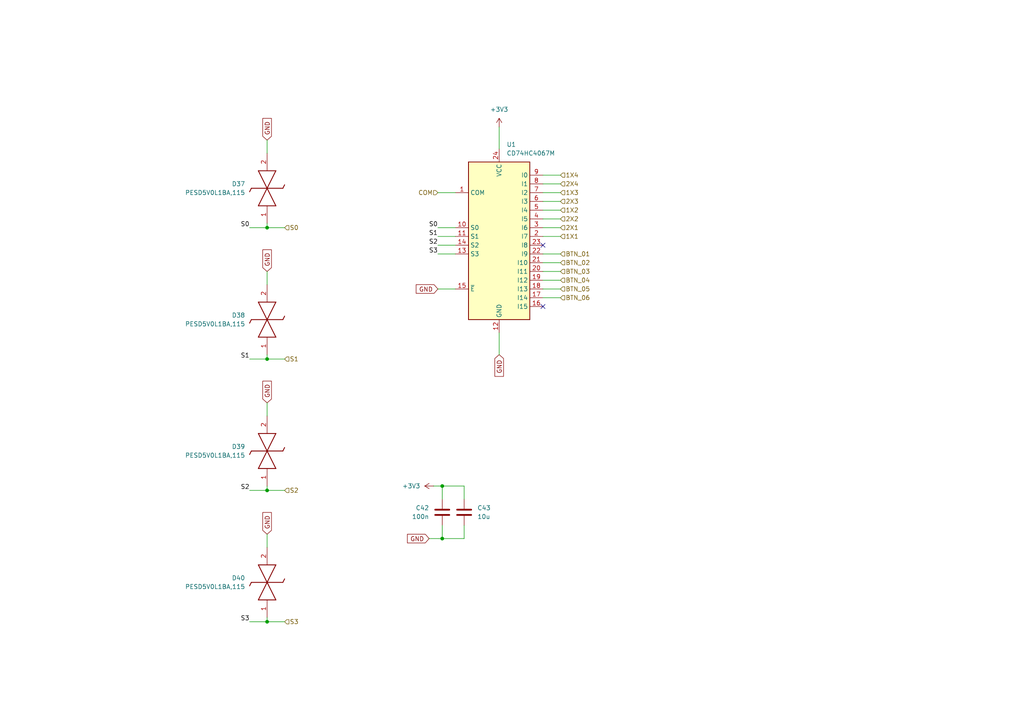
<source format=kicad_sch>
(kicad_sch (version 20250114) (generator "eeschema") (generator_version "9.0")
  (paper "A4")
  (lib_symbols
    (symbol "74xx:CD74HC4067M"
      (property "Reference" "U" (at -8.89 22.86 0))
      (property "Value" "CD74HC4067M" (at 1.27 22.86 0))
      (symbol "CD74HC4067M_0_1"
        (rectangle (start -8.89 21.59) (end 8.89 -24.13) (stroke (width 0.254)) (fill (type background)))
      )
      (symbol "CD74HC4067M_1_1"
        (pin passive line (at -12.7 12.7 0) (length 3.81) (name "COM") (number "1"))
        (pin input line (at -12.7 2.54 0) (length 3.81) (name "S0") (number "10"))
        (pin input line (at -12.7 0 0) (length 3.81) (name "S1") (number "11"))
        (pin input line (at -12.7 -2.54 0) (length 3.81) (name "S2") (number "14"))
        (pin input line (at -12.7 -5.08 0) (length 3.81) (name "S3") (number "13"))
        (pin input line (at -12.7 -15.24 0) (length 3.81) (name "~{E}") (number "15"))
        (pin power_in line (at 0 25.4 270) (length 3.81) (name "VCC") (number "24"))
        (pin power_in line (at 0 -27.94 90) (length 3.81) (name "GND") (number "12"))
        (pin passive line (at 12.7 17.78 180) (length 3.81) (name "I0") (number "9"))
        (pin passive line (at 12.7 15.24 180) (length 3.81) (name "I1") (number "8"))
        (pin passive line (at 12.7 12.7 180) (length 3.81) (name "I2") (number "7"))
        (pin passive line (at 12.7 10.16 180) (length 3.81) (name "I3") (number "6"))
        (pin passive line (at 12.7 7.62 180) (length 3.81) (name "I4") (number "5"))
        (pin passive line (at 12.7 5.08 180) (length 3.81) (name "I5") (number "4"))
        (pin passive line (at 12.7 2.54 180) (length 3.81) (name "I6") (number "3"))
        (pin passive line (at 12.7 0 180) (length 3.81) (name "I7") (number "2"))
        (pin passive line (at 12.7 -2.54 180) (length 3.81) (name "I8") (number "23"))
        (pin passive line (at 12.7 -5.08 180) (length 3.81) (name "I9") (number "22"))
        (pin passive line (at 12.7 -7.62 180) (length 3.81) (name "I10") (number "21"))
        (pin passive line (at 12.7 -10.16 180) (length 3.81) (name "I11") (number "20"))
        (pin passive line (at 12.7 -12.7 180) (length 3.81) (name "I12") (number "19"))
        (pin passive line (at 12.7 -15.24 180) (length 3.81) (name "I13") (number "18"))
        (pin passive line (at 12.7 -17.78 180) (length 3.81) (name "I14") (number "17"))
        (pin passive line (at 12.7 -20.32 180) (length 3.81) (name "I15") (number "16"))
      )
    )
    (symbol "Device:C" (pin_numbers (hide yes)) (pin_names (offset 0.254))
      (property "Reference" "C" (at 0.635 2.54 0))
      (property "Value" "C" (at 0.635 -2.54 0))
      (symbol "C_0_1"
        (polyline (pts (xy -2.032 0.762) (xy 2.032 0.762)) (stroke (width 0.508)))
        (polyline (pts (xy -2.032 -0.762) (xy 2.032 -0.762)) (stroke (width 0.508)))
      )
      (symbol "C_1_1"
        (pin passive line (at 0 3.81 270) (length 2.794) (name "~") (number "1"))
        (pin passive line (at 0 -3.81 90) (length 2.794) (name "~") (number "2"))
      )
    )
    (symbol "PESD5V0L1BA_115:PESD5V0L1BA,115" (pin_names (hide yes))
      (property "Reference" "D" (at 15.24 8.89 0))
      (property "Value" "PESD5V0L1BA,115" (at 15.24 6.35 0))
      (symbol "PESD5V0L1BA,115_1_1"
        (polyline (pts (xy 5.08 2.54) (xy 5.08 -2.54)) (stroke (width 0.254)))
        (polyline (pts (xy 5.08 2.54) (xy 10.16 0)) (stroke (width 0.254)))
        (polyline (pts (xy 10.16 0) (xy 5.08 -2.54)) (stroke (width 0.254)))
        (polyline (pts (xy 10.16 0) (xy 15.24 -2.54)) (stroke (width 0.254)))
        (polyline (pts (xy 10.16 -4.572) (xy 9.144 -5.08)) (stroke (width 0.254)))
        (polyline (pts (xy 10.16 -4.572) (xy 10.16 4.572)) (stroke (width 0.254)))
        (polyline (pts (xy 11.176 5.08) (xy 10.16 4.572)) (stroke (width 0.254)))
        (polyline (pts (xy 15.24 2.54) (xy 10.16 0)) (stroke (width 0.254)))
        (polyline (pts (xy 15.24 2.54) (xy 15.24 -2.54)) (stroke (width 0.254)))
        (pin passive line (at 0 0 0) (length 5.08) (name "K1") (number "1"))
        (pin passive line (at 20.32 0 180) (length 5.08) (name "K2") (number "2"))
      )
    )
    (symbol "power:+3V3" (power) (pin_numbers (hide yes)) (pin_names (offset 0) (hide yes))
      (property "Value" "+3V3" (at 0 3.556 0))
      (symbol "+3V3_0_1"
        (polyline (pts (xy -0.762 1.27) (xy 0 2.54)))
        (polyline (pts (xy 0 2.54) (xy 0.762 1.27)))
        (polyline (pts (xy 0 0) (xy 0 2.54)))
      )
      (symbol "+3V3_1_1"
        (pin power_in line (at 0 0 90) (length 0) (name "~") (number "1"))
      )
    )
  )
  (junction (at 128.27 140.97))
  (junction (at 128.27 156.21))
  (junction (at 77.47 142.24))
  (junction (at 77.47 66.04))
  (junction (at 77.47 104.14))
  (junction (at 77.47 180.34))
  (no_connect (at 157.48 88.9))
  (no_connect (at 157.48 71.12))
  (wire (pts (xy 157.48 60.96) (xy 162.56 60.96)))
  (wire (pts (xy 72.39 142.24) (xy 77.47 142.24)))
  (wire (pts (xy 77.47 154.94) (xy 77.47 158.75)))
  (wire (pts (xy 77.47 180.34) (xy 72.39 180.34)))
  (wire (pts (xy 77.47 180.34) (xy 77.47 179.07)))
  (wire (pts (xy 144.78 96.52) (xy 144.78 102.87)))
  (wire (pts (xy 77.47 78.74) (xy 77.47 82.55)))
  (wire (pts (xy 157.48 68.58) (xy 162.56 68.58)))
  (wire (pts (xy 157.48 55.88) (xy 162.56 55.88)))
  (wire (pts (xy 157.48 66.04) (xy 162.56 66.04)))
  (wire (pts (xy 157.48 73.66) (xy 162.56 73.66)))
  (wire (pts (xy 127 83.82) (xy 132.08 83.82)))
  (wire (pts (xy 157.48 50.8) (xy 162.56 50.8)))
  (wire (pts (xy 125.73 140.97) (xy 128.27 140.97)))
  (wire (pts (xy 72.39 66.04) (xy 77.47 66.04)))
  (wire (pts (xy 157.48 81.28) (xy 162.56 81.28)))
  (wire (pts (xy 72.39 104.14) (xy 77.47 104.14)))
  (wire (pts (xy 134.62 156.21) (xy 128.27 156.21)))
  (wire (pts (xy 77.47 142.24) (xy 82.55 142.24)))
  (wire (pts (xy 127 66.04) (xy 132.08 66.04)))
  (wire (pts (xy 77.47 66.04) (xy 82.55 66.04)))
  (wire (pts (xy 77.47 104.14) (xy 82.55 104.14)))
  (wire (pts (xy 128.27 140.97) (xy 128.27 144.78)))
  (wire (pts (xy 157.48 78.74) (xy 162.56 78.74)))
  (wire (pts (xy 77.47 116.84) (xy 77.47 120.65)))
  (wire (pts (xy 127 55.88) (xy 132.08 55.88)))
  (wire (pts (xy 157.48 83.82) (xy 162.56 83.82)))
  (wire (pts (xy 77.47 64.77) (xy 77.47 66.04)))
  (wire (pts (xy 77.47 180.34) (xy 82.55 180.34)))
  (wire (pts (xy 134.62 152.4) (xy 134.62 156.21)))
  (wire (pts (xy 157.48 86.36) (xy 162.56 86.36)))
  (wire (pts (xy 127 73.66) (xy 132.08 73.66)))
  (wire (pts (xy 134.62 140.97) (xy 134.62 144.78)))
  (wire (pts (xy 77.47 40.64) (xy 77.47 44.45)))
  (wire (pts (xy 144.78 36.83) (xy 144.78 43.18)))
  (wire (pts (xy 157.48 53.34) (xy 162.56 53.34)))
  (wire (pts (xy 77.47 140.97) (xy 77.47 142.24)))
  (wire (pts (xy 157.48 63.5) (xy 162.56 63.5)))
  (wire (pts (xy 157.48 76.2) (xy 162.56 76.2)))
  (wire (pts (xy 128.27 152.4) (xy 128.27 156.21)))
  (wire (pts (xy 77.47 102.87) (xy 77.47 104.14)))
  (wire (pts (xy 128.27 140.97) (xy 134.62 140.97)))
  (wire (pts (xy 127 68.58) (xy 132.08 68.58)))
  (wire (pts (xy 124.46 156.21) (xy 128.27 156.21)))
  (wire (pts (xy 157.48 58.42) (xy 162.56 58.42)))
  (wire (pts (xy 127 71.12) (xy 132.08 71.12)))
  (label "S2" (at 72.39 142.24 180))
  (label "S1" (at 127 68.58 180))
  (label "S1" (at 72.39 104.14 180))
  (label "S0" (at 127 66.04 180))
  (label "S3" (at 72.39 180.34 180))
  (label "S2" (at 127 71.12 180))
  (label "S3" (at 127 73.66 180))
  (label "S0" (at 72.39 66.04 180))
  (global_label "GND" (shape input) (at 127 83.82 180) (property "Intersheetrefs" "${INTERSHEET_REFS}" (effects (hide yes))))
  (global_label "GND" (shape input) (at 77.47 40.64 90) (property "Intersheetrefs" "${INTERSHEET_REFS}" (effects (hide yes))))
  (global_label "GND" (shape input) (at 124.46 156.21 180) (property "Intersheetrefs" "${INTERSHEET_REFS}" (effects (hide yes))))
  (global_label "GND" (shape input) (at 77.47 116.84 90) (property "Intersheetrefs" "${INTERSHEET_REFS}" (effects (hide yes))))
  (global_label "GND" (shape input) (at 144.78 102.87 270) (property "Intersheetrefs" "${INTERSHEET_REFS}" (effects (hide yes))))
  (global_label "GND" (shape input) (at 77.47 154.94 90) (property "Intersheetrefs" "${INTERSHEET_REFS}" (effects (hide yes))))
  (global_label "GND" (shape input) (at 77.47 78.74 90) (property "Intersheetrefs" "${INTERSHEET_REFS}" (effects (hide yes))))
  (hierarchical_label "1X4" (shape input) (at 162.56 50.8 0))
  (hierarchical_label "S0" (shape input) (at 82.55 66.04 0))
  (hierarchical_label "2X4" (shape input) (at 162.56 53.34 0))
  (hierarchical_label "2X2" (shape input) (at 162.56 63.5 0))
  (hierarchical_label "BTN_04" (shape input) (at 162.56 81.28 0))
  (hierarchical_label "1X1" (shape input) (at 162.56 68.58 0))
  (hierarchical_label "BTN_01" (shape input) (at 162.56 73.66 0))
  (hierarchical_label "BTN_02" (shape input) (at 162.56 76.2 0))
  (hierarchical_label "S3" (shape input) (at 82.55 180.34 0))
  (hierarchical_label "1X2" (shape input) (at 162.56 60.96 0))
  (hierarchical_label "S2" (shape input) (at 82.55 142.24 0))
  (hierarchical_label "COM" (shape input) (at 127 55.88 180))
  (hierarchical_label "BTN_05" (shape input) (at 162.56 83.82 0))
  (hierarchical_label "BTN_03" (shape input) (at 162.56 78.74 0))
  (hierarchical_label "BTN_06" (shape input) (at 162.56 86.36 0))
  (hierarchical_label "S1" (shape input) (at 82.55 104.14 0))
  (hierarchical_label "1X3" (shape input) (at 162.56 55.88 0))
  (hierarchical_label "2X1" (shape input) (at 162.56 66.04 0))
  (hierarchical_label "2X3" (shape input) (at 162.56 58.42 0))
  (symbol (lib_id "Device:C") (at 128.27 148.59 0) (mirror y) (unit 1)
    (property "Reference" "C42" (at 124.46 147.3199 0) (effects (justify left)))
    (property "Value" "100n" (at 124.46 149.8599 0) (effects (justify left)))
    (property "Footprint" "Capacitor_SMD:C_0603_1608Metric" (effects (hide yes)))
    (property "Description" "Unpolarized capacitor" (effects (hide yes)))
  )
  (symbol (lib_id "Device:C") (at 134.62 148.59 0) (unit 1)
    (property "Reference" "C43" (at 138.43 147.3199 0) (effects (justify left)))
    (property "Value" "10u" (at 138.43 149.8599 0) (effects (justify left)))
    (property "Footprint" "Capacitor_SMD:C_0805_2012Metric" (effects (hide yes)))
    (property "Description" "Unpolarized capacitor" (effects (hide yes)))
  )
  (symbol (lib_id "power:+3V3") (at 144.78 36.83 0) (unit 1)
    (property "Reference" "#PWR08" (effects (hide yes)))
    (property "Value" "+3V3" (at 144.78 31.75 0))
    (property "Description" "Power symbol creates a global label with name \"+3V3\"" (effects (hide yes)))
  )
  (symbol (lib_id "PESD5V0L1BA_115:PESD5V0L1BA,115") (at 77.47 179.07 270) (mirror x) (unit 1)
    (property "Reference" "D40" (at 71.12 167.6399 90) (effects (justify right)))
    (property "Value" "PESD5V0L1BA,115" (at 71.12 170.1799 90) (effects (justify right)))
    (property "Footprint" "KiCad:SOD2512X110N" (effects (hide yes)))
    (property "Datasheet" "https://assets.nexperia.com/documents/data-sheet/PESDXL1BA_SER.pdf" (effects (hide yes)))
    (property "Description" "PESD5V0L1BA - Low capacitance bidirectional ESD protection diode in SOD323" (effects (hide yes)))
    (property "Height" "1.1" (effects (hide yes)))
    (property "Mouser Part Number" "771-PESD5V0L1BA-T/R" (effects (hide yes)))
    (property "Mouser Price/Stock" "https://www.mouser.co.uk/ProductDetail/Nexperia/PESD5V0L1BA115?qs=LOCUfHb8d9v8%252BjxBle%252BzgQ%3D%3D" (effects (hide yes)))
    (property "Manufacturer_Name" "Nexperia" (effects (hide yes)))
    (property "Manufacturer_Part_Number" "PESD5V0L1BA,115" (effects (hide yes)))
  )
  (symbol (lib_id "power:+3V3") (at 125.73 140.97 90) (unit 1)
    (property "Reference" "#PWR07" (effects (hide yes)))
    (property "Value" "+3V3" (at 121.92 140.9699 90) (effects (justify left)))
    (property "Description" "Power symbol creates a global label with name \"+3V3\"" (effects (hide yes)))
  )
  (symbol (lib_id "PESD5V0L1BA_115:PESD5V0L1BA,115") (at 77.47 102.87 270) (mirror x) (unit 1)
    (property "Reference" "D38" (at 71.12 91.4399 90) (effects (justify right)))
    (property "Value" "PESD5V0L1BA,115" (at 71.12 93.9799 90) (effects (justify right)))
    (property "Footprint" "KiCad:SOD2512X110N" (effects (hide yes)))
    (property "Datasheet" "https://assets.nexperia.com/documents/data-sheet/PESDXL1BA_SER.pdf" (effects (hide yes)))
    (property "Description" "PESD5V0L1BA - Low capacitance bidirectional ESD protection diode in SOD323" (effects (hide yes)))
    (property "Height" "1.1" (effects (hide yes)))
    (property "Mouser Part Number" "771-PESD5V0L1BA-T/R" (effects (hide yes)))
    (property "Mouser Price/Stock" "https://www.mouser.co.uk/ProductDetail/Nexperia/PESD5V0L1BA115?qs=LOCUfHb8d9v8%252BjxBle%252BzgQ%3D%3D" (effects (hide yes)))
    (property "Manufacturer_Name" "Nexperia" (effects (hide yes)))
    (property "Manufacturer_Part_Number" "PESD5V0L1BA,115" (effects (hide yes)))
  )
  (symbol (lib_id "PESD5V0L1BA_115:PESD5V0L1BA,115") (at 77.47 140.97 270) (mirror x) (unit 1)
    (property "Reference" "D39" (at 71.12 129.5399 90) (effects (justify right)))
    (property "Value" "PESD5V0L1BA,115" (at 71.12 132.0799 90) (effects (justify right)))
    (property "Footprint" "KiCad:SOD2512X110N" (effects (hide yes)))
    (property "Datasheet" "https://assets.nexperia.com/documents/data-sheet/PESDXL1BA_SER.pdf" (effects (hide yes)))
    (property "Description" "PESD5V0L1BA - Low capacitance bidirectional ESD protection diode in SOD323" (effects (hide yes)))
    (property "Height" "1.1" (effects (hide yes)))
    (property "Mouser Part Number" "771-PESD5V0L1BA-T/R" (effects (hide yes)))
    (property "Mouser Price/Stock" "https://www.mouser.co.uk/ProductDetail/Nexperia/PESD5V0L1BA115?qs=LOCUfHb8d9v8%252BjxBle%252BzgQ%3D%3D" (effects (hide yes)))
    (property "Manufacturer_Name" "Nexperia" (effects (hide yes)))
    (property "Manufacturer_Part_Number" "PESD5V0L1BA,115" (effects (hide yes)))
  )
  (symbol (lib_id "PESD5V0L1BA_115:PESD5V0L1BA,115") (at 77.47 64.77 270) (mirror x) (unit 1)
    (property "Reference" "D37" (at 71.12 53.3399 90) (effects (justify right)))
    (property "Value" "PESD5V0L1BA,115" (at 71.12 55.8799 90) (effects (justify right)))
    (property "Footprint" "KiCad:SOD2512X110N" (effects (hide yes)))
    (property "Datasheet" "https://assets.nexperia.com/documents/data-sheet/PESDXL1BA_SER.pdf" (effects (hide yes)))
    (property "Description" "PESD5V0L1BA - Low capacitance bidirectional ESD protection diode in SOD323" (effects (hide yes)))
    (property "Height" "1.1" (effects (hide yes)))
    (property "Mouser Part Number" "771-PESD5V0L1BA-T/R" (effects (hide yes)))
    (property "Mouser Price/Stock" "https://www.mouser.co.uk/ProductDetail/Nexperia/PESD5V0L1BA115?qs=LOCUfHb8d9v8%252BjxBle%252BzgQ%3D%3D" (effects (hide yes)))
    (property "Manufacturer_Name" "Nexperia" (effects (hide yes)))
    (property "Manufacturer_Part_Number" "PESD5V0L1BA,115" (effects (hide yes)))
  )
  (symbol (lib_id "74xx:CD74HC4067M") (at 144.78 68.58 0) (unit 1)
    (property "Reference" "U1" (at 146.9233 41.91 0) (effects (justify left)))
    (property "Value" "CD74HC4067M" (at 146.9233 44.45 0) (effects (justify left)))
    (property "Footprint" "Package_SO:SOIC-24W_7.5x15.4mm_P1.27mm" (effects (hide yes)))
    (property "Datasheet" "http://www.ti.com/lit/ds/symlink/cd74hc4067.pdf" (effects (hide yes)))
    (property "Description" "High-Speed CMOS Logic 16-Channel Analog Multiplexer/Demultiplexer, SOIC-24" (effects (hide yes)))
  )
)
</source>
